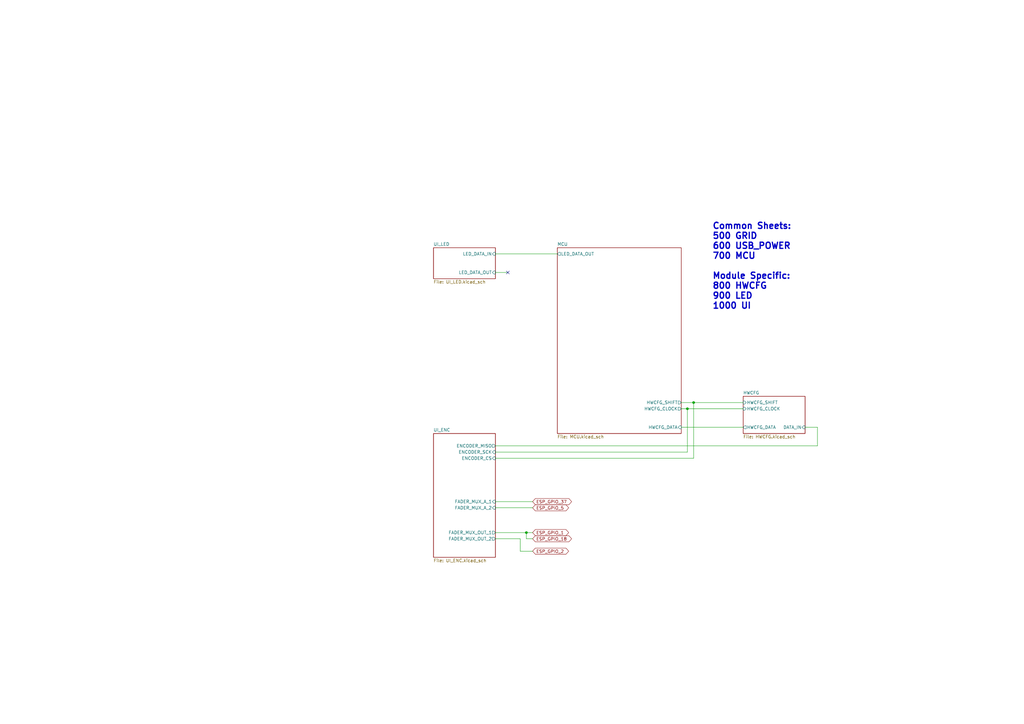
<source format=kicad_sch>
(kicad_sch
	(version 20231120)
	(generator "eeschema")
	(generator_version "8.0")
	(uuid "e5217a0c-7f55-4c30-adda-7f8d95709d1b")
	(paper "A3")
	(lib_symbols)
	(junction
		(at 281.94 167.64)
		(diameter 0)
		(color 0 0 0 0)
		(uuid "160183f1-48d2-4a7c-9c32-ec12dfeedcf8")
	)
	(junction
		(at 215.9 218.44)
		(diameter 0)
		(color 0 0 0 0)
		(uuid "8810d817-710f-496f-af46-5b23c77134c5")
	)
	(junction
		(at 284.48 165.1)
		(diameter 0)
		(color 0 0 0 0)
		(uuid "8d3dd7a7-6d8f-4049-9773-babef80c7388")
	)
	(no_connect
		(at 208.28 111.76)
		(uuid "74f5ec08-7600-4a0b-a9e4-aae29f9ea08a")
	)
	(wire
		(pts
			(xy 203.2 205.74) (xy 218.44 205.74)
		)
		(stroke
			(width 0)
			(type default)
		)
		(uuid "0263bd69-2a65-44cd-8b0f-bdfd1ce70556")
	)
	(wire
		(pts
			(xy 203.2 182.88) (xy 335.28 182.88)
		)
		(stroke
			(width 0)
			(type default)
		)
		(uuid "056559c2-16e4-45f7-90db-e33ff370809c")
	)
	(wire
		(pts
			(xy 215.9 220.98) (xy 215.9 218.44)
		)
		(stroke
			(width 0)
			(type default)
		)
		(uuid "06eb2628-612b-466e-ad37-6e3190df00c9")
	)
	(wire
		(pts
			(xy 279.4 165.1) (xy 284.48 165.1)
		)
		(stroke
			(width 0)
			(type default)
		)
		(uuid "07d160b6-23e1-4aa0-95cb-440482e6fc15")
	)
	(wire
		(pts
			(xy 203.2 111.76) (xy 208.28 111.76)
		)
		(stroke
			(width 0)
			(type default)
		)
		(uuid "10e52e95-44f3-4059-a86d-dcda603e0623")
	)
	(wire
		(pts
			(xy 284.48 187.96) (xy 284.48 165.1)
		)
		(stroke
			(width 0)
			(type default)
		)
		(uuid "1c1f8782-8aac-4160-adc8-b92f83818543")
	)
	(wire
		(pts
			(xy 228.6 104.14) (xy 203.2 104.14)
		)
		(stroke
			(width 0)
			(type default)
		)
		(uuid "1e48966e-d29d-4521-8939-ec8ac570431d")
	)
	(wire
		(pts
			(xy 281.94 167.64) (xy 304.8 167.64)
		)
		(stroke
			(width 0)
			(type default)
		)
		(uuid "2f67f573-81bd-4f51-991f-2500d1b55161")
	)
	(wire
		(pts
			(xy 215.9 218.44) (xy 218.44 218.44)
		)
		(stroke
			(width 0)
			(type default)
		)
		(uuid "405ac5ef-2f89-457e-9924-e98fcc811904")
	)
	(wire
		(pts
			(xy 284.48 165.1) (xy 304.8 165.1)
		)
		(stroke
			(width 0)
			(type default)
		)
		(uuid "66631f67-41bd-4a33-8df0-c546d37b4d92")
	)
	(wire
		(pts
			(xy 335.28 182.88) (xy 335.28 175.26)
		)
		(stroke
			(width 0)
			(type default)
		)
		(uuid "681436a6-eaa1-411e-9205-e140e4c569cd")
	)
	(wire
		(pts
			(xy 213.36 220.98) (xy 203.2 220.98)
		)
		(stroke
			(width 0)
			(type default)
		)
		(uuid "6e64743c-922a-4b24-871b-08377e838d3d")
	)
	(wire
		(pts
			(xy 218.44 226.06) (xy 213.36 226.06)
		)
		(stroke
			(width 0)
			(type default)
		)
		(uuid "7aca83f8-5720-438d-8856-8c94e1843b70")
	)
	(wire
		(pts
			(xy 279.4 175.26) (xy 304.8 175.26)
		)
		(stroke
			(width 0)
			(type default)
		)
		(uuid "844d7d7a-b386-45a8-aaf6-bf41bbcb43b5")
	)
	(wire
		(pts
			(xy 213.36 226.06) (xy 213.36 220.98)
		)
		(stroke
			(width 0)
			(type default)
		)
		(uuid "8954b23b-09f1-451c-9360-b1a57c00e965")
	)
	(wire
		(pts
			(xy 203.2 187.96) (xy 284.48 187.96)
		)
		(stroke
			(width 0)
			(type default)
		)
		(uuid "8b3c7abb-06cf-4479-91bb-fbb8e9bf5586")
	)
	(wire
		(pts
			(xy 281.94 185.42) (xy 281.94 167.64)
		)
		(stroke
			(width 0)
			(type default)
		)
		(uuid "a0873a55-f92f-450c-801f-34398cf69e2e")
	)
	(wire
		(pts
			(xy 335.28 175.26) (xy 330.2 175.26)
		)
		(stroke
			(width 0)
			(type default)
		)
		(uuid "a5f99711-792f-4921-b9ba-65bfed60dcfa")
	)
	(wire
		(pts
			(xy 279.4 167.64) (xy 281.94 167.64)
		)
		(stroke
			(width 0)
			(type default)
		)
		(uuid "a62609cd-29b7-4918-b97d-7b2404ba61cf")
	)
	(wire
		(pts
			(xy 218.44 220.98) (xy 215.9 220.98)
		)
		(stroke
			(width 0)
			(type default)
		)
		(uuid "b15faff4-7357-4d2b-9f30-78a1ec7aa9ee")
	)
	(wire
		(pts
			(xy 203.2 218.44) (xy 215.9 218.44)
		)
		(stroke
			(width 0)
			(type default)
		)
		(uuid "bdcc7d23-1960-4699-99d4-4e6347d467ef")
	)
	(wire
		(pts
			(xy 203.2 208.28) (xy 218.44 208.28)
		)
		(stroke
			(width 0)
			(type default)
		)
		(uuid "be7e4ed5-abf9-44eb-afc7-4a059927a7c3")
	)
	(wire
		(pts
			(xy 203.2 185.42) (xy 281.94 185.42)
		)
		(stroke
			(width 0)
			(type default)
		)
		(uuid "d451590e-4210-42a2-8fae-0fb699907ee0")
	)
	(text "Common Sheets:\n500 GRID\n600 USB_POWER\n700 MCU\n\nModule Specific:\n800 HWCFG\n900 LED\n1000 UI"
		(exclude_from_sim no)
		(at 292.1 127 0)
		(effects
			(font
				(size 2.54 2.54)
				(thickness 0.508)
				(bold yes)
			)
			(justify left bottom)
		)
		(uuid "3ed7b52a-fa11-4e7f-ae41-1082078a3112")
	)
	(global_label "ESP_GPIO_5"
		(shape bidirectional)
		(at 218.44 208.28 0)
		(fields_autoplaced yes)
		(effects
			(font
				(size 1.27 1.27)
			)
			(justify left)
		)
		(uuid "24969f6b-0941-406a-accf-e012138de8eb")
		(property "Intersheetrefs" "${INTERSHEET_REFS}"
			(at 232.0128 208.2006 0)
			(effects
				(font
					(size 1.27 1.27)
				)
				(justify left)
				(hide yes)
			)
		)
	)
	(global_label "ESP_GPIO_18"
		(shape bidirectional)
		(at 218.44 220.98 0)
		(fields_autoplaced yes)
		(effects
			(font
				(size 1.27 1.27)
			)
			(justify left)
		)
		(uuid "2e0cf04a-9007-4dc6-a1a1-02108bbc6ae8")
		(property "Intersheetrefs" "${INTERSHEET_REFS}"
			(at 233.2223 220.9006 0)
			(effects
				(font
					(size 1.27 1.27)
				)
				(justify left)
				(hide yes)
			)
		)
	)
	(global_label "ESP_GPIO_1"
		(shape bidirectional)
		(at 218.44 218.44 0)
		(fields_autoplaced yes)
		(effects
			(font
				(size 1.27 1.27)
			)
			(justify left)
		)
		(uuid "8a0de198-6400-4f8b-a7f8-6e7cb3363322")
		(property "Intersheetrefs" "${INTERSHEET_REFS}"
			(at 232.0128 218.3606 0)
			(effects
				(font
					(size 1.27 1.27)
				)
				(justify left)
				(hide yes)
			)
		)
	)
	(global_label "ESP_GPIO_2"
		(shape bidirectional)
		(at 218.44 226.06 0)
		(fields_autoplaced yes)
		(effects
			(font
				(size 1.27 1.27)
			)
			(justify left)
		)
		(uuid "a6719264-b348-451f-ad62-487f79677eb3")
		(property "Intersheetrefs" "${INTERSHEET_REFS}"
			(at 232.0128 225.9806 0)
			(effects
				(font
					(size 1.27 1.27)
				)
				(justify left)
				(hide yes)
			)
		)
	)
	(global_label "ESP_GPIO_37"
		(shape bidirectional)
		(at 218.44 205.74 0)
		(fields_autoplaced yes)
		(effects
			(font
				(size 1.27 1.27)
			)
			(justify left)
		)
		(uuid "d1c1704a-6a78-49f3-8635-8c760ade1a71")
		(property "Intersheetrefs" "${INTERSHEET_REFS}"
			(at 233.2223 205.6606 0)
			(effects
				(font
					(size 1.27 1.27)
				)
				(justify left)
				(hide yes)
			)
		)
	)
	(sheet
		(at 177.8 101.6)
		(size 25.4 12.7)
		(fields_autoplaced yes)
		(stroke
			(width 0)
			(type solid)
		)
		(fill
			(color 0 0 0 0.0000)
		)
		(uuid "00000000-0000-0000-0000-00005d735388")
		(property "Sheetname" "UI_LED"
			(at 177.8 100.8884 0)
			(effects
				(font
					(size 1.27 1.27)
				)
				(justify left bottom)
			)
		)
		(property "Sheetfile" "UI_LED.kicad_sch"
			(at 177.8 114.8846 0)
			(effects
				(font
					(size 1.27 1.27)
				)
				(justify left top)
			)
		)
		(pin "LED_DATA_IN" input
			(at 203.2 104.14 0)
			(effects
				(font
					(size 1.27 1.27)
				)
				(justify right)
			)
			(uuid "f1e619ac-5067-41df-8384-776ec70a6093")
		)
		(pin "LED_DATA_OUT" input
			(at 203.2 111.76 0)
			(effects
				(font
					(size 1.27 1.27)
				)
				(justify right)
			)
			(uuid "7a74c4b1-6243-4a12-85a2-bc41d346e7aa")
		)
		(instances
			(project "PCBA-EF44"
				(path "/e5217a0c-7f55-4c30-adda-7f8d95709d1b"
					(page "4")
				)
			)
		)
	)
	(sheet
		(at 228.6 101.6)
		(size 50.8 76.2)
		(fields_autoplaced yes)
		(stroke
			(width 0)
			(type solid)
		)
		(fill
			(color 0 0 0 0.0000)
		)
		(uuid "00000000-0000-0000-0000-00005d757c78")
		(property "Sheetname" "MCU"
			(at 228.6 100.8884 0)
			(effects
				(font
					(size 1.27 1.27)
				)
				(justify left bottom)
			)
		)
		(property "Sheetfile" "MCU.kicad_sch"
			(at 228.6 178.3846 0)
			(effects
				(font
					(size 1.27 1.27)
				)
				(justify left top)
			)
		)
		(pin "LED_DATA_OUT" output
			(at 228.6 104.14 180)
			(effects
				(font
					(size 1.27 1.27)
				)
				(justify left)
			)
			(uuid "9390234f-bf3f-46cd-b6a0-8a438ec76e9f")
		)
		(pin "HWCFG_DATA" input
			(at 279.4 175.26 0)
			(effects
				(font
					(size 1.27 1.27)
				)
				(justify right)
			)
			(uuid "9e813ec2-d4ce-4e2e-b379-c6fedb4c45db")
		)
		(pin "HWCFG_CLOCK" output
			(at 279.4 167.64 0)
			(effects
				(font
					(size 1.27 1.27)
				)
				(justify right)
			)
			(uuid "6325c32f-c82a-4357-b022-f9c7e76f412e")
		)
		(pin "HWCFG_SHIFT" output
			(at 279.4 165.1 0)
			(effects
				(font
					(size 1.27 1.27)
				)
				(justify right)
			)
			(uuid "18d11f32-e1a6-4f29-8e3c-0bfeb07299bd")
		)
		(instances
			(project "PCBA-EF44"
				(path "/e5217a0c-7f55-4c30-adda-7f8d95709d1b"
					(page "7")
				)
			)
		)
	)
	(sheet
		(at 304.8 162.56)
		(size 25.4 15.24)
		(fields_autoplaced yes)
		(stroke
			(width 0)
			(type solid)
		)
		(fill
			(color 0 0 0 0.0000)
		)
		(uuid "00000000-0000-0000-0000-00005dc2dc06")
		(property "Sheetname" "HWCFG"
			(at 304.8 161.8484 0)
			(effects
				(font
					(size 1.27 1.27)
				)
				(justify left bottom)
			)
		)
		(property "Sheetfile" "HWCFG.kicad_sch"
			(at 304.8 178.3846 0)
			(effects
				(font
					(size 1.27 1.27)
				)
				(justify left top)
			)
		)
		(pin "HWCFG_DATA" output
			(at 304.8 175.26 180)
			(effects
				(font
					(size 1.27 1.27)
				)
				(justify left)
			)
			(uuid "9f782c92-a5e8-49db-bfda-752b35522ce4")
		)
		(pin "HWCFG_CLOCK" input
			(at 304.8 167.64 180)
			(effects
				(font
					(size 1.27 1.27)
				)
				(justify left)
			)
			(uuid "ccc4cc25-ac17-45ef-825c-e079951ffb21")
		)
		(pin "HWCFG_SHIFT" input
			(at 304.8 165.1 180)
			(effects
				(font
					(size 1.27 1.27)
				)
				(justify left)
			)
			(uuid "626679e8-6101-4722-ac57-5b8d9dab4c8b")
		)
		(pin "DATA_IN" input
			(at 330.2 175.26 0)
			(effects
				(font
					(size 1.27 1.27)
				)
				(justify right)
			)
			(uuid "d895d918-6adc-402f-9729-3ac14b312657")
		)
		(instances
			(project "PCBA-EF44"
				(path "/e5217a0c-7f55-4c30-adda-7f8d95709d1b"
					(page "10")
				)
			)
		)
	)
	(sheet
		(at 177.8 177.8)
		(size 25.4 50.8)
		(fields_autoplaced yes)
		(stroke
			(width 0)
			(type solid)
		)
		(fill
			(color 0 0 0 0.0000)
		)
		(uuid "9224ab5f-20b7-45a7-aa7a-07ebd3e33cb3")
		(property "Sheetname" "UI_ENC"
			(at 177.8 177.0884 0)
			(effects
				(font
					(size 1.27 1.27)
				)
				(justify left bottom)
			)
		)
		(property "Sheetfile" "UI_ENC.kicad_sch"
			(at 177.8 229.1846 0)
			(effects
				(font
					(size 1.27 1.27)
				)
				(justify left top)
			)
		)
		(pin "ENCODER_MISO" output
			(at 203.2 182.88 0)
			(effects
				(font
					(size 1.27 1.27)
				)
				(justify right)
			)
			(uuid "6b561338-492d-4573-ab97-0bba1d21ee85")
		)
		(pin "ENCODER_SCK" input
			(at 203.2 185.42 0)
			(effects
				(font
					(size 1.27 1.27)
				)
				(justify right)
			)
			(uuid "b01fea7f-ebcd-4368-9e9c-1e0ee332d23f")
		)
		(pin "ENCODER_CS" input
			(at 203.2 187.96 0)
			(effects
				(font
					(size 1.27 1.27)
				)
				(justify right)
			)
			(uuid "0e3534f0-d8f7-4134-b5f1-cc7b7abfc74d")
		)
		(pin "FADER_MUX_OUT_1" output
			(at 203.2 218.44 0)
			(effects
				(font
					(size 1.27 1.27)
				)
				(justify right)
			)
			(uuid "c34eff7e-0096-4b0a-94fb-36cc71fb3465")
		)
		(pin "FADER_MUX_OUT_2" output
			(at 203.2 220.98 0)
			(effects
				(font
					(size 1.27 1.27)
				)
				(justify right)
			)
			(uuid "dbfd90b9-ba30-4f30-bd80-60c43abee5c6")
		)
		(pin "FADER_MUX_A_1" input
			(at 203.2 205.74 0)
			(effects
				(font
					(size 1.27 1.27)
				)
				(justify right)
			)
			(uuid "83b74bc3-7624-43b0-aa36-cb6d84cf232f")
		)
		(pin "FADER_MUX_A_2" input
			(at 203.2 208.28 0)
			(effects
				(font
					(size 1.27 1.27)
				)
				(justify right)
			)
			(uuid "0243a9eb-97cf-4a1d-8771-9646aa53eac6")
		)
		(instances
			(project "EN16"
				(path "/1fbb0219-551e-409b-a61b-76e8cebdfb9d"
					(page "3")
				)
			)
			(project "PCBA-EF44"
				(path "/e5217a0c-7f55-4c30-adda-7f8d95709d1b"
					(page "13")
				)
			)
		)
	)
	(sheet_instances
		(path "/"
			(page "1")
		)
	)
)

</source>
